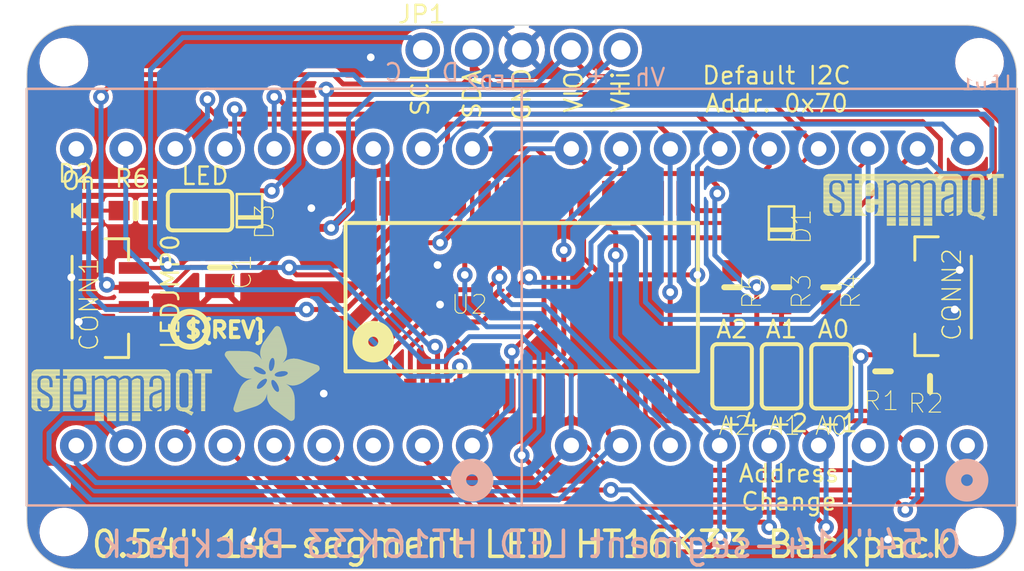
<source format=kicad_pcb>
(kicad_pcb (version 20221018) (generator pcbnew)
  (layers (0 "F.Cu" signal) (1 "In1.Cu" signal) (2 "In2.Cu" signal) (3 "In3.Cu" signal) (4 "In4.Cu" signal) (5 "In5.Cu" signal) (6 "In6.Cu" signal) (7 "In7.Cu" signal) (8 "In8.Cu" signal) (9 "In9.Cu" signal) (10 "In10.Cu" signal) (11 "In11.Cu" signal) (12 "In12.Cu" signal) (13 "In13.Cu" signal) (14 "In14.Cu" signal) (31 "B.Cu" signal) (34 "B.Paste" user) (35 "F.Paste" user) (36 "B.SilkS" user "B.Silkscreen") (37 "F.SilkS" user "F.Silkscreen") (38 "B.Mask" user) (39 "F.Mask" user) (44 "Edge.Cuts" user))
  (net 0 "")
  (net 1 "GND")
  (net 2 "N$19")
  (net 3 "N$20")
  (net 4 "A1")
  (net 5 "COM0")
  (net 6 "N$10")
  (net 7 "N$11")
  (net 8 "N$12")
  (net 9 "N$13")
  (net 10 "N$16")
  (net 11 "A0")
  (net 12 "A2")
  (net 13 "SDA")
  (net 14 "SCL")
  (net 15 "N$1")
  (net 16 "N$7")
  (net 17 "N$4")
  (net 18 "N$5")
  (net 19 "N$6")
  (net 20 "N$8")
  (net 21 "N$9")
  (net 22 "N$14")
  (net 23 "N$15")
  (net 24 "COM1")
  (net 25 "COM2")
  (net 26 "COM3")
  (net 27 "VDDIO")
  (net 28 "N$3")
  (net 29 "N$17")
  (net 30 "V+")
  (footprint "working:0603-NO" (layer "F.Cu") (at 159.2961 104.4956 -90)
    (fp_text reference "R5")
    (fp_text value "47K")
  )
  (footprint "working:FIDUCIAL_1MM" (layer "F.Cu") (at 124.3711 114.6556)
    (fp_text reference "U$2" hide)
    (fp_text value "FIDUCIAL" hide)
  )
  (footprint "working:SOD-323F" (layer "F.Cu") (at 161.8361 101.1936 -90)
    (fp_text reference "D1")
    (fp_text value "CUS530")
  )
  (footprint "working:0805-NO" (layer "F.Cu") (at 133.0071 103.4796 -90)
    (fp_text reference "C1")
    (fp_text value "10uF")
  )
  (footprint "" (layer "F.Cu") (at 125.0061 117.0686)
    (fp_text reference "@HOLE0" hide)
    (fp_text value "")
  )
  (footprint "" (layer "F.Cu") (at 125.0061 92.9386)
    (fp_text reference "@HOLE2" hide)
    (fp_text value "")
  )
  (footprint "" (layer "F.Cu") (at 171.9961 117.0686)
    (fp_text reference "@HOLE1" hide)
    (fp_text value "")
  )
  (footprint "working:SOD-323F" (layer "F.Cu") (at 134.5311 100.5586 -90)
    (fp_text reference "D3")
    (fp_text value "CUS530")
  )
  (footprint "working:PCBFEAT-REV-040" (layer "F.Cu") (at 131.4831 106.6546)
    (fp_text reference "U$8" hide)
    (fp_text value "" hide)
  )
  (footprint "working:0603-NO" (layer "F.Cu") (at 169.4561 109.4486 180)
    (fp_text reference "R2")
    (fp_text value "10K")
  )
  (footprint "working:0603-NO" (layer "F.Cu") (at 161.8361 104.4956 -90)
    (fp_text reference "R3")
    (fp_text value "47K")
  )
  (footprint "working:0603-NO" (layer "F.Cu") (at 128.6891 100.5586 180)
    (fp_text reference "R6")
    (fp_text value "47K")
  )
  (footprint "working:0603-NO" (layer "F.Cu") (at 164.3761 104.4956 -90)
    (fp_text reference "R4")
    (fp_text value "47K")
  )
  (footprint "working:SOP28_300MIL_SKINNY" (layer "F.Cu") (at 148.5011 105.0036)
    (fp_text reference "U2")
    (fp_text value "HT16K33")
  )
  (footprint "working:ADAFRUIT_5MM" (layer "F.Cu") (at 133.2611 111.3536)
    (fp_text reference "U$3" hide)
    (fp_text value "" hide)
  )
  (footprint "working:SOLDERJUMPER_REFLOW_NOPASTE" (layer "F.Cu") (at 161.8361 109.0676 -90)
    (fp_text reference "A1")
    (fp_text value "" hide)
  )
  (footprint "working:STEMMAQT" (layer "F.Cu") (at 123.3551 111.3536)
    (fp_text reference "U$6" hide)
    (fp_text value "" hide)
  )
  (footprint "working:SOLDERJUMPER_CLOSEDWIRE" (layer "F.Cu") (at 131.9911 100.5586 180)
    (fp_text reference "LEDJMP0")
    (fp_text value "")
  )
  (footprint "working:CHIPLED_0603_NOOUTLINE" (layer "F.Cu") (at 125.6411 100.5586 90)
    (fp_text reference "D2")
    (fp_text value "GREEN")
  )
  (footprint "" (layer "F.Cu") (at 171.9961 92.9386)
    (fp_text reference "@HOLE3" hide)
    (fp_text value "")
  )
  (footprint "working:JST_SH4_RA" (layer "F.Cu") (at 126.9111 105.0036 -90)
    (fp_text reference "CONN1")
    (fp_text value "STEMMA_I2C_QTRA" hide)
  )
  (footprint "working:STEMMAQT" (layer "F.Cu") (at 163.9951 101.3206)
    (fp_text reference "U$7" hide)
    (fp_text value "" hide)
  )
  (footprint "working:0603-NO" (layer "F.Cu") (at 167.0431 108.8136 90)
    (fp_text reference "R1")
    (fp_text value "10K")
  )
  (footprint "working:SOLDERJUMPER_REFLOW_NOPASTE" (layer "F.Cu") (at 164.3761 109.0676 -90)
    (fp_text reference "A0")
    (fp_text value "" hide)
  )
  (footprint "working:JST_SH4_RA" (layer "F.Cu") (at 170.0911 105.0036 90)
    (fp_text reference "CONN2")
    (fp_text value "STEMMA_I2C_QTRA" hide)
  )
  (footprint "working:SOLDERJUMPER_REFLOW_NOPASTE" (layer "F.Cu") (at 159.2961 109.0676 -90)
    (fp_text reference "A2")
    (fp_text value "" hide)
  )
  (footprint "working:1X05_ROUND_70" (layer "F.Cu") (at 148.5011 92.3036)
    (fp_text reference "JP1")
    (fp_text value "")
  )
  (footprint "working:FIDUCIAL_1MM" (layer "F.Cu") (at 167.5511 94.2086)
    (fp_text reference "U$1" hide)
    (fp_text value "FIDUCIAL" hide)
  )
  (footprint "working:SEGMENT_STARTBUST_DUAL_KWA-541CBB" (layer "B.Cu") (at 135.8011 105.0036 180)
    (fp_text reference "LED2")
    (fp_text value "")
  )
  (footprint "working:SEGMENT_STARTBUST_DUAL_KWA-541CBB" (layer "B.Cu") (at 161.2011 105.0036 180)
    (fp_text reference "LED1")
    (fp_text value "")
  )
  (gr_line (start 123.1011 93.5736) (end 123.1011 116.4336) (stroke (width 0.05)) (layer "Edge.Cuts"))
  (gr_arc (start 125.6411 118.9736) (mid 123.845049 118.229651) (end 123.1011 116.4336) (stroke (width 0.05)) (layer "Edge.Cuts"))
  (gr_line (start 171.3611 91.0336) (end 125.6411 91.0336) (stroke (width 0.05)) (layer "Edge.Cuts"))
  (gr_line (start 173.9011 116.4336) (end 173.9011 93.5736) (stroke (width 0.05)) (layer "Edge.Cuts"))
  (gr_line (start 125.6411 118.9736) (end 171.3611 118.9736) (stroke (width 0.05)) (layer "Edge.Cuts"))
  (gr_arc (start 123.1011 93.5736) (mid 123.845049 91.777549) (end 125.6411 91.0336) (stroke (width 0.05)) (layer "Edge.Cuts"))
  (gr_arc (start 173.9011 116.4336) (mid 173.157151 118.229651) (end 171.3611 118.9736) (stroke (width 0.05)) (layer "Edge.Cuts"))
  (gr_arc (start 171.3611 91.0336) (mid 173.157151 91.777549) (end 173.9011 93.5736) (stroke (width 0.05)) (layer "Edge.Cuts"))
  (gr_text "-" (at 148.1201 93.3196) (layer "B.SilkS") (effects (font (size 0.89408 0.89408) (thickness 0.12192)) (justify right top mirror)))
  (gr_text "C" (at 141.3891 92.9386) (layer "B.SilkS") (effects (font (size 0.89408 0.89408) (thickness 0.12192)) (justify right top mirror)))
  (gr_text "0.54\" 14-segment LED HT16K33 Backpack " (at 148.5011 117.7036) (layer "B.SilkS") (effects (font (size 1.34112 1.34112) (thickness 0.18288)) (justify mirror)))
  (gr_text "D" (at 144.3101 92.9386) (layer "B.SilkS") (effects (font (size 0.89408 0.89408) (thickness 0.12192)) (justify right top mirror)))
  (gr_text "Vh" (at 154.2161 93.1926) (layer "B.SilkS") (effects (font (size 0.89408 0.89408) (thickness 0.12192)) (justify right top mirror)))
  (gr_text "+" (at 151.6761 93.0656) (layer "B.SilkS") (effects (font (size 0.89408 0.89408) (thickness 0.12192)) (justify right top mirror)))
  (gr_text "Default I2C\nAddr. 0x70" (at 161.5821 94.3356) (layer "F.SilkS") (effects (font (size 0.89408 0.89408) (thickness 0.12192))))
  (gr_text "A0" (at 164.5031 106.6546) (layer "F.SilkS") (effects (font (size 0.89408 0.89408) (thickness 0.12192))))
  (gr_text "SCL" (at 143.2941 94.4626 90) (layer "F.SilkS") (effects (font (size 0.89408 0.89408) (thickness 0.12192))))
  (gr_text "On" (at 125.7681 99.0346) (layer "F.SilkS") (effects (font (size 0.89408 0.89408) (thickness 0.12192))))
  (gr_text "+1" (at 164.7571 111.4806) (layer "F.SilkS") (effects (font (size 0.89408 0.89408) (thickness 0.12192))))
  (gr_text "Address\nChange" (at 162.2171 114.7826) (layer "F.SilkS") (effects (font (size 0.89408 0.89408) (thickness 0.12192))))
  (gr_text "SDA" (at 145.9611 94.5896 90) (layer "F.SilkS") (effects (font (size 0.89408 0.89408) (thickness 0.12192))))
  (gr_text "VIO" (at 151.1681 94.4626 90) (layer "F.SilkS") (effects (font (size 0.89408 0.89408) (thickness 0.12192))))
  (gr_text "0.54\" 14-segment LED HT16K33 Backpack" (at 148.5011 117.7036) (layer "F.SilkS") (effects (font (size 1.34112 1.34112) (thickness 0.18288))))
  (gr_text "A2" (at 159.2961 106.6546) (layer "F.SilkS") (effects (font (size 0.89408 0.89408) (thickness 0.12192))))
  (gr_text "GND" (at 148.5011 94.5896 90) (layer "F.SilkS") (effects (font (size 0.89408 0.89408) (thickness 0.12192))))
  (gr_text "LED" (at 132.2451 98.7806) (layer "F.SilkS") (effects (font (size 0.89408 0.89408) (thickness 0.12192))))
  (gr_text "+2" (at 162.2171 111.4806) (layer "F.SilkS") (effects (font (size 0.89408 0.89408) (thickness 0.12192))))
  (gr_text "VHi" (at 153.5811 94.4626 90) (layer "F.SilkS") (effects (font (size 0.89408 0.89408) (thickness 0.12192))))
  (gr_text "A1" (at 161.8361 106.6546) (layer "F.SilkS") (effects (font (size 0.89408 0.89408) (thickness 0.12192))))
  (gr_text "+4" (at 159.6771 111.4806) (layer "F.SilkS") (effects (font (size 0.89408 0.89408) (thickness 0.12192))))
  (segment (start 140.2461 110.0836) (end 140.2461 109.9566) (width 0.254) (layer "F.Cu") (net 1))
  (segment (start 140.2461 109.9566) (end 138.3411 109.9566) (width 0.254) (layer "F.Cu") (net 1))
  (via (at 144.1831 103.3526) (size 0.8064) (drill 0.4) (layers "F.Cu" "B.Cu") (net 1))
  (via (at 170.7261 105.6386) (size 0.8064) (drill 0.4) (layers "F.Cu" "B.Cu") (net 1))
  (via (at 125.7681 106.2736) (size 0.8064) (drill 0.4) (layers "F.Cu" "B.Cu") (net 1))
  (via (at 140.7541 92.6846) (size 0.8001) (drill 0.3937) (layers "F.Cu" "B.Cu") (net 1))
  (via (at 167.2971 117.4496) (size 0.8064) (drill 0.4) (layers "F.Cu" "B.Cu") (net 1))
  (via (at 137.7061 100.4316) (size 0.8001) (drill 0.3937) (layers "F.Cu" "B.Cu") (net 1))
  (via (at 144.3101 105.3846) (size 0.8064) (drill 0.4) (layers "F.Cu" "B.Cu") (net 1))
  (via (at 125.3871 103.9876) (size 0.8064) (drill 0.4) (layers "F.Cu" "B.Cu") (net 1))
  (via (at 138.3411 109.9566) (size 0.8001) (drill 0.3937) (layers "F.Cu" "B.Cu") (net 1))
  (via (at 134.5311 117.4496) (size 0.8064) (drill 0.4) (layers "F.Cu" "B.Cu") (net 1))
  (via (at 170.9801 103.6066) (size 0.8064) (drill 0.4) (layers "F.Cu" "B.Cu") (net 1))
  (segment (start 161.8361 108.3056) (end 161.8361 105.3456) (width 0.254) (layer "F.Cu") (net 2))
  (segment (start 164.3761 108.3056) (end 164.3761 105.3456) (width 0.254) (layer "F.Cu") (net 3))
  (segment (start 151.0411 97.3836) (end 152.3111 98.6536) (width 0.254) (layer "F.Cu") (net 4))
  (segment (start 158.539587 99.294088) (end 157.8991 98.6536) (width 0.254) (layer "F.Cu") (net 4))
  (segment (start 152.3111 98.6536) (end 157.8991 98.6536) (width 0.254) (layer "F.Cu") (net 4))
  (segment (start 145.3261 101.3206) (end 145.3261 99.9236) (width 0.254) (layer "F.Cu") (net 4))
  (segment (start 160.9471 109.8296) (end 161.8361 109.8296) (width 0.254) (layer "F.Cu") (net 4))
  (segment (start 158.539587 99.294088) (end 158.539587 99.675088) (width 0.254) (layer "F.Cu") (net 4))
  (segment (start 145.3261 101.3206) (end 144.4371 102.2096) (width 0.254) (layer "F.Cu") (net 4))
  (segment (start 144.3101 102.2096) (end 144.4371 102.2096) (width 0.254) (layer "F.Cu") (net 4))
  (segment (start 160.5661 109.4486) (end 160.9471 109.8296) (width 0.254) (layer "F.Cu") (net 4))
  (segment (start 144.3101 102.2096) (end 142.9131 102.2096) (width 0.254) (layer "F.Cu") (net 4))
  (segment (start 142.9131 102.2096) (end 139.4841 105.6386) (width 0.254) (layer "F.Cu") (net 4))
  (segment (start 139.4841 105.6386) (end 137.4521 105.6386) (width 0.254) (layer "F.Cu") (net 4))
  (segment (start 160.5661 104.4956) (end 160.5661 109.4486) (width 0.254) (layer "F.Cu") (net 4))
  (via (at 158.539587 99.675088) (size 0.8064) (drill 0.4) (layers "F.Cu" "B.Cu") (net 4))
  (via (at 144.3101 102.2096) (size 0.8001) (drill 0.3937) (layers "F.Cu" "B.Cu") (net 4))
  (via (at 160.5661 104.4956) (size 0.8064) (drill 0.4) (layers "F.Cu" "B.Cu") (net 4))
  (via (at 137.4521 105.6386) (size 0.8001) (drill 0.3937) (layers "F.Cu" "B.Cu") (net 4))
  (segment (start 126.2761 98.0186) (end 125.6411 97.3836) (width 0.254) (layer "B.Cu") (net 4))
  (segment (start 151.0411 97.3836) (end 148.8821 97.3836) (width 0.254) (layer "B.Cu") (net 4))
  (segment (start 126.2761 98.0186) (end 126.2761 104.7496) (width 0.254) (layer "B.Cu") (net 4))
  (segment (start 127.1651 105.6386) (end 126.2761 104.7496) (width 0.254) (layer "B.Cu") (net 4))
  (segment (start 158.539587 99.675088) (end 158.412587 99.802088) (width 0.254) (layer "B.Cu") (net 4))
  (segment (start 148.8821 97.3836) (end 144.3101 101.9556) (width 0.254) (layer "B.Cu") (net 4))
  (segment (start 137.4521 105.6386) (end 127.1651 105.6386) (width 0.254) (layer "B.Cu") (net 4))
  (segment (start 158.412587 99.802088) (end 158.412587 102.850088) (width 0.254) (layer "B.Cu") (net 4))
  (segment (start 160.0581 104.4956) (end 158.412587 102.850088) (width 0.254) (layer "B.Cu") (net 4))
  (segment (start 160.5661 104.4956) (end 160.0581 104.4956) (width 0.254) (layer "B.Cu") (net 4))
  (segment (start 144.3101 101.9556) (end 144.3101 102.2096) (width 0.254) (layer "B.Cu") (net 4))
  (segment (start 163.9791 100.1936) (end 161.8361 100.1936) (width 0.2032) (layer "F.Cu") (net 5))
  (segment (start 148.7551 103.9876) (end 148.8821 103.9876) (width 0.254) (layer "F.Cu") (net 5))
  (segment (start 166.2811 97.8916) (end 163.9791 100.1936) (width 0.2032) (layer "F.Cu") (net 5))
  (segment (start 143.2941 106.2736) (end 146.4691 106.2736) (width 0.254) (layer "F.Cu") (net 5))
  (segment (start 166.2811 97.3836) (end 166.2811 97.8916) (width 0.2032) (layer "F.Cu") (net 5))
  (segment (start 141.5161 110.0836) (end 141.5161 108.0516) (width 0.254) (layer "F.Cu") (net 5))
  (segment (start 141.5161 108.0516) (end 143.2941 106.2736) (width 0.254) (layer "F.Cu") (net 5))
  (segment (start 146.4691 106.2736) (end 148.7551 103.9876) (width 0.254) (layer "F.Cu") (net 5))
  (via (at 148.8821 103.9876) (size 0.8064) (drill 0.4) (layers "F.Cu" "B.Cu") (net 5))
  (segment (start 151.2951 104.2416) (end 152.0571 103.4796) (width 0.254) (layer "B.Cu") (net 5))
  (segment (start 152.0571 102.2096) (end 152.0571 103.4796) (width 0.254) (layer "B.Cu") (net 5))
  (segment (start 152.8191 101.4476) (end 152.0571 102.2096) (width 0.254) (layer "B.Cu") (net 5))
  (segment (start 166.2811 103.2256) (end 163.3601 106.1466) (width 0.254) (layer "B.Cu") (net 5))
  (segment (start 154.3431 101.4476) (end 152.8191 101.4476) (width 0.254) (layer "B.Cu") (net 5))
  (segment (start 166.2811 97.3836) (end 166.2811 103.2256) (width 0.254) (layer "B.Cu") (net 5))
  (segment (start 163.3601 106.1466) (end 155.7401 106.1466) (width 0.254) (layer "B.Cu") (net 5))
  (segment (start 149.1361 104.2416) (end 151.2951 104.2416) (width 0.254) (layer "B.Cu") (net 5))
  (segment (start 155.7401 106.1466) (end 154.8511 105.2576) (width 0.254) (layer "B.Cu") (net 5))
  (segment (start 148.8821 103.9876) (end 149.1361 104.2416) (width 0.254) (layer "B.Cu") (net 5))
  (segment (start 154.8511 101.9556) (end 154.3431 101.4476) (width 0.254) (layer "B.Cu") (net 5))
  (segment (start 154.8511 105.2576) (end 154.8511 101.9556) (width 0.254) (layer "B.Cu") (net 5))
  (segment (start 138.8491 108.3056) (end 134.9121 108.3056) (width 0.254) (layer "F.Cu") (net 6))
  (segment (start 147.3581 102.3366) (end 147.3581 103.9876) (width 0.254) (layer "F.Cu") (net 6))
  (segment (start 147.3581 103.9876) (end 146.7231 104.6226) (width 0.254) (layer "F.Cu") (net 6))
  (segment (start 130.7211 112.4966) (end 130.7211 112.6236) (width 0.254) (layer "F.Cu") (net 6))
  (segment (start 147.8661 99.9236) (end 147.8661 101.8286) (width 0.254) (layer "F.Cu") (net 6))
  (segment (start 142.5321 104.6226) (end 138.8491 108.3056) (width 0.254) (layer "F.Cu") (net 6))
  (segment (start 147.8661 101.8286) (end 147.3581 102.3366) (width 0.254) (layer "F.Cu") (net 6))
  (segment (start 134.9121 108.3056) (end 130.7211 112.4966) (width 0.254) (layer "F.Cu") (net 6))
  (segment (start 142.5321 104.6226) (end 146.7231 104.6226) (width 0.254) (layer "F.Cu") (net 6))
  (via (at 147.3581 103.9876) (size 0.8001) (drill 0.3937) (layers "F.Cu" "B.Cu") (net 6))
  (segment (start 147.9931 105.3846) (end 147.3581 104.7496) (width 0.254) (layer "B.Cu") (net 6))
  (segment (start 147.3581 104.7496) (end 147.3581 103.9876) (width 0.254) (layer "B.Cu") (net 6))
  (segment (start 156.1211 112.6236) (end 156.1211 111.8616) (width 0.254) (layer "B.Cu") (net 6))
  (segment (start 149.6441 105.3846) (end 147.9931 105.3846) (width 0.254) (layer "B.Cu") (net 6))
  (segment (start 156.1211 111.8616) (end 149.6441 105.3846) (width 0.254) (layer "B.Cu") (net 6))
  (segment (start 149.6441 106.1466) (end 147.9931 107.7976) (width 0.254) (layer "F.Cu") (net 7))
  (segment (start 170.2181 114.9096) (end 156.8831 114.9096) (width 0.254) (layer "F.Cu") (net 7))
  (segment (start 145.9611 112.6236) (end 145.9611 113.5126) (width 0.254) (layer "F.Cu") (net 7))
  (segment (start 149.6441 103.2256) (end 149.1361 102.7176) (width 0.254) (layer "F.Cu") (net 7))
  (segment (start 155.9941 115.7986) (end 156.8831 114.9096) (width 0.254) (layer "F.Cu") (net 7))
  (segment (start 149.1361 99.9236) (end 149.1361 102.7176) (width 0.254) (layer "F.Cu") (net 7))
  (segment (start 149.6441 103.2256) (end 149.6441 106.1466) (width 0.254) (layer "F.Cu") (net 7))
  (segment (start 148.2471 115.7986) (end 145.9611 113.5126) (width 0.254) (layer "F.Cu") (net 7))
  (segment (start 171.3611 113.7666) (end 170.2181 114.9096) (width 0.254) (layer "F.Cu") (net 7))
  (segment (start 171.3611 113.7666) (end 171.3611 112.6236) (width 0.254) (layer "F.Cu") (net 7))
  (segment (start 148.2471 115.7986) (end 155.9941 115.7986) (width 0.254) (layer "F.Cu") (net 7))
  (via (at 147.9931 107.7976) (size 0.8001) (drill 0.3937) (layers "F.Cu" "B.Cu") (net 7))
  (segment (start 147.9931 107.7976) (end 147.9931 110.5916) (width 0.254) (layer "B.Cu") (net 7))
  (segment (start 147.9931 110.5916) (end 145.9611 112.6236) (width 0.254) (layer "B.Cu") (net 7))
  (segment (start 145.9611 97.3836) (end 149.2631 97.3836) (width 0.254) (layer "F.Cu") (net 8))
  (segment (start 150.4061 98.5266) (end 150.4061 99.9236) (width 0.254) (layer "F.Cu") (net 8))
  (segment (start 149.2631 97.3836) (end 150.4061 98.5266) (width 0.254) (layer "F.Cu") (net 8))
  (segment (start 171.3611 97.3836) (end 170.0911 96.1136) (width 0.254) (layer "B.Cu") (net 8))
  (segment (start 170.0911 96.1136) (end 146.9771 96.1136) (width 0.254) (layer "B.Cu") (net 8))
  (segment (start 145.9611 97.1296) (end 145.9611 97.3836) (width 0.254) (layer "B.Cu") (net 8))
  (segment (start 146.9771 96.1136) (end 145.9611 97.1296) (width 0.254) (layer "B.Cu") (net 8))
  (segment (start 133.7691 95.3516) (end 134.0231 95.6056) (width 0.254) (layer "F.Cu") (net 9))
  (segment (start 134.0231 95.6056) (end 157.5181 95.6056) (width 0.254) (layer "F.Cu") (net 9))
  (segment (start 157.5181 103.8606) (end 152.5651 103.8606) (width 0.254) (layer "F.Cu") (net 9))
  (segment (start 152.5651 103.8606) (end 151.6761 102.9716) (width 0.254) (layer "F.Cu") (net 9))
  (segment (start 158.6611 96.7486) (end 158.6611 97.3836) (width 0.254) (layer "F.Cu") (net 9))
  (segment (start 157.5181 95.6056) (end 158.6611 96.7486) (width 0.254) (layer "F.Cu") (net 9))
  (segment (start 151.6761 102.9716) (end 151.6761 99.9236) (width 0.254) (layer "F.Cu") (net 9))
  (via (at 157.5181 103.8606) (size 0.8001) (drill 0.3937) (layers "F.Cu" "B.Cu") (net 9))
  (via (at 133.7691 95.3516) (size 0.8001) (drill 0.3937) (layers "F.Cu" "B.Cu") (net 9))
  (segment (start 133.2611 97.3836) (end 133.7691 96.8756) (width 0.254) (layer "B.Cu") (net 9))
  (segment (start 158.6611 97.3836) (end 158.4071 97.3836) (width 0.254) (layer "B.Cu") (net 9))
  (segment (start 158.4071 97.3836) (end 157.5181 98.2726) (width 0.254) (layer "B.Cu") (net 9))
  (segment (start 157.5181 98.2726) (end 157.5181 103.8606) (width 0.254) (layer "B.Cu") (net 9))
  (segment (start 133.7691 95.3516) (end 133.7691 96.8756) (width 0.254) (layer "B.Cu") (net 9))
  (segment (start 153.3271 101.7016) (end 153.3271 102.8446) (width 0.254) (layer "F.Cu") (net 10))
  (segment (start 157.8991 118.0846) (end 138.7221 118.0846) (width 0.254) (layer "F.Cu") (net 10))
  (segment (start 133.2611 112.6236) (end 138.7221 118.0846) (width 0.254) (layer "F.Cu") (net 10))
  (segment (start 158.6611 117.3226) (end 157.8991 118.0846) (width 0.254) (layer "F.Cu") (net 10))
  (segment (start 152.9461 101.3206) (end 152.9461 99.9236) (width 0.254) (layer "F.Cu") (net 10))
  (segment (start 153.3271 101.7016) (end 152.9461 101.3206) (width 0.254) (layer "F.Cu") (net 10))
  (via (at 158.6611 117.3226) (size 0.8001) (drill 0.3937) (layers "F.Cu" "B.Cu") (net 10))
  (via (at 153.3271 102.8446) (size 0.8001) (drill 0.3937) (layers "F.Cu" "B.Cu") (net 10))
  (segment (start 158.6611 117.3226) (end 158.6611 112.6236) (width 0.254) (layer "B.Cu") (net 10))
  (segment (start 158.6611 112.6236) (end 158.6611 112.3696) (width 0.254) (layer "B.Cu") (net 10))
  (segment (start 158.6611 112.3696) (end 153.3271 107.0356) (width 0.254) (layer "B.Cu") (net 10))
  (segment (start 153.3271 102.8446) (end 153.3271 107.0356) (width 0.254) (layer "B.Cu") (net 10))
  (segment (start 145.5801 103.8606) (end 145.5801 102.3366) (width 0.254) (layer "F.Cu") (net 11))
  (segment (start 170.0911 113.5126) (end 170.0911 112.1156) (width 0.2032) (layer "F.Cu") (net 11))
  (segment (start 170.0911 112.1156) (end 169.2021 111.2266) (width 0.2032) (layer "F.Cu") (net 11))
  (segment (start 161.9631 113.8936) (end 169.7101 113.8936) (width 0.2032) (layer "F.Cu") (net 11))
  (segment (start 146.5961 99.9236) (end 146.5961 101.3206) (width 0.254) (layer "F.Cu") (net 11))
  (segment (start 153.5811 114.4016) (end 151.8031 112.6236) (width 0.2032) (layer "F.Cu") (net 11))
  (segment (start 167.614437 110.8456) (end 167.995437 111.2266) (width 0.2032) (layer "F.Cu") (net 11))
  (segment (start 153.5811 114.4016) (end 161.4551 114.4016) (width 0.2032) (layer "F.Cu") (net 11))
  (segment (start 151.0411 112.6236) (end 151.8031 112.6236) (width 0.2032) (layer "F.Cu") (net 11))
  (segment (start 167.995437 111.2266) (end 169.2021 111.2266) (width 0.2032) (layer "F.Cu") (net 11))
  (segment (start 146.5961 101.3206) (end 145.5801 102.3366) (width 0.254) (layer "F.Cu") (net 11))
  (segment (start 161.4551 114.4016) (end 161.9631 113.8936) (width 0.2032) (layer "F.Cu") (net 11))
  (segment (start 169.7101 113.8936) (end 170.0911 113.5126) (width 0.2032) (layer "F.Cu") (net 11))
  (segment (start 164.3761 109.8296) (end 165.3921 110.8456) (width 0.2032) (layer "F.Cu") (net 11))
  (segment (start 165.3921 110.8456) (end 167.614437 110.8456) (width 0.2032) (layer "F.Cu") (net 11))
  (via (at 145.5801 103.8606) (size 0.8001) (drill 0.3937) (layers "F.Cu" "B.Cu") (net 11))
  (segment (start 126.6571 114.5286) (end 125.6411 113.5126) (width 0.254) (layer "B.Cu") (net 11))
  (segment (start 149.1361 114.5286) (end 126.6571 114.5286) (width 0.254) (layer "B.Cu") (net 11))
  (segment (start 151.0411 108.5596) (end 149.0091 106.5276) (width 0.254) (layer "B.Cu") (net 11))
  (segment (start 125.6411 113.5126) (end 125.6411 112.6236) (width 0.254) (layer "B.Cu") (net 11))
  (segment (start 151.0411 112.6236) (end 151.0411 108.5596) (width 0.254) (layer "B.Cu") (net 11))
  (segment (start 149.0091 106.5276) (end 146.7231 106.5276) (width 0.254) (layer "B.Cu") (net 11))
  (segment (start 146.7231 106.5276) (end 145.5801 105.3846) (width 0.254) (layer "B.Cu") (net 11))
  (segment (start 145.5801 105.3846) (end 145.5801 103.8606) (width 0.254) (layer "B.Cu") (net 11))
  (segment (start 151.0411 112.6236) (end 149.1361 114.5286) (width 0.254) (layer "B.Cu") (net 11))
  (segment (start 158.968825 109.8296) (end 156.1211 106.981875) (width 0.254) (layer "F.Cu") (net 12))
  (segment (start 159.2961 109.8296) (end 158.968825 109.8296) (width 0.254) (layer "F.Cu") (net 12))
  (segment (start 144.6911 98.0186) (end 144.6911 96.1136) (width 0.254) (layer "F.Cu") (net 12))
  (segment (start 144.6911 96.1136) (end 155.4861 96.1136) (width 0.254) (layer "F.Cu") (net 12))
  (segment (start 144.0561 98.6536) (end 144.6911 98.0186) (width 0.254) (layer "F.Cu") (net 12))
  (segment (start 156.1211 96.7486) (end 156.1211 97.3836) (width 0.254) (layer "F.Cu") (net 12))
  (segment (start 133.2611 96.1136) (end 132.3721 95.2246) (width 0.254) (layer "F.Cu") (net 12))
  (segment (start 133.2611 96.1136) (end 144.6911 96.1136) (width 0.254) (layer "F.Cu") (net 12))
  (segment (start 132.3721 94.8436) (end 132.3721 95.2246) (width 0.254) (layer "F.Cu") (net 12))
  (segment (start 156.1211 106.981875) (end 156.1211 104.7496) (width 0.254) (layer "F.Cu") (net 12))
  (segment (start 155.4861 96.1136) (end 156.1211 96.7486) (width 0.254) (layer "F.Cu") (net 12))
  (segment (start 144.0561 99.9236) (end 144.0561 98.6536) (width 0.254) (layer "F.Cu") (net 12))
  (via (at 132.3721 94.8436) (size 0.8001) (drill 0.3937) (layers "F.Cu" "B.Cu") (net 12))
  (via (at 156.1211 104.7496) (size 0.8064) (drill 0.4) (layers "F.Cu" "B.Cu") (net 12))
  (segment (start 132.3721 94.8436) (end 132.3721 95.7326) (width 0.254) (layer "B.Cu") (net 12))
  (segment (start 156.1211 104.7496) (end 156.1211 97.3836) (width 0.254) (layer "B.Cu") (net 12))
  (segment (start 130.7211 97.3836) (end 132.3721 95.7326) (width 0.254) (layer "B.Cu") (net 12))
  (segment (start 162.990681 95.9866) (end 169.076468 95.9866) (width 0.254) (layer "F.Cu") (net 13))
  (segment (start 145.9611 93.5736) (end 145.4785 94.0562) (width 0.254) (layer "F.Cu") (net 13))
  (segment (start 134.9373 103.4544) (end 135.74395 102.64775) (width 0.2032) (layer "F.Cu") (net 13))
  (segment (start 145.9611 92.3036) (end 145.9611 93.5736) (width 0.254) (layer "F.Cu") (net 13))
  (segment (start 138.8491 93.5736) (end 127.9271 93.5736) (width 0.254) (layer "F.Cu") (net 13))
  (segment (start 169.9895 98.5012) (end 166.7891 101.7016) (width 0.254) (layer "F.Cu") (net 13))
  (segment (start 167.1621 105.5036) (end 168.4051 105.5036) (width 0.254) (layer "F.Cu") (net 13))
  (segment (start 135.74395 102.64775) (end 139.93495 102.64775) (width 0.254) (layer "F.Cu") (net 13))
  (segment (start 168.6061 109.4486) (end 168.6061 108.1396) (width 0.254) (layer "F.Cu") (net 13))
  (segment (start 139.3317 94.0562) (end 138.8491 93.5736) (width 0.254) (layer "F.Cu") (net 13))
  (segment (start 130.4591 104.5036) (end 131.5083 103.4544) (width 0.2032) (layer "F.Cu") (net 13))
  (segment (start 145.4785 94.0562) (end 139.3317 94.0562) (width 0.254) (layer "F.Cu") (net 13))
  (segment (start 128.5971 104.5036) (end 127.3477 104.5036) (width 0.254) (layer "F.Cu") (net 13))
  (segment (start 161.136481 94.1324) (end 162.990681 95.9866) (width 0.254) (layer "F.Cu") (net 13))
  (segment (start 126.9111 94.5896) (end 127.9271 93.5736) (width 0.254) (layer "F.Cu") (net 13))
  (segment (start 166.7891 105.1306) (end 167.1621 105.5036) (width 0.254) (layer "F.Cu") (net 13))
  (segment (start 126.9111 94.7166) (end 126.9111 94.5896) (width 0.254) (layer "F.Cu") (net 13))
  (segment (start 131.5083 103.4544) (end 134.9373 103.4544) (width 0.2032) (layer "F.Cu") (net 13))
  (segment (start 169.9895 96.899632) (end 169.9895 98.5012) (width 0.254) (layer "F.Cu") (net 13))
  (segment (start 141.5161 101.0666) (end 141.5161 99.9236) (width 0.254) (layer "F.Cu") (net 13))
  (segment (start 127.3477 104.5036) (end 127.2127 104.3686) (width 0.254) (layer "F.Cu") (net 13))
  (segment (start 161.136481 94.1324) (end 147.0279 94.1324) (width 0.254) (layer "F.Cu") (net 13))
  (segment (start 147.0279 94.1324) (end 145.8341 92.9386) (width 0.254) (layer "F.Cu") (net 13))
  (segment (start 145.8341 92.9386) (end 145.8341 92.4306) (width 0.254) (layer "F.Cu") (net 13))
  (segment (start 128.5971 104.5036) (end 130.4591 104.5036) (width 0.2032) (layer "F.Cu") (net 13))
  (segment (start 169.7101 106.1466) (end 169.0671 105.5036) (width 0.254) (layer "F.Cu") (net 13))
  (segment (start 166.7891 101.7016) (end 166.7891 105.1306) (width 0.254) (layer "F.Cu") (net 13))
  (segment (start 145.9611 92.3036) (end 145.8341 92.4306) (width 0.254) (layer "F.Cu") (net 13))
  (segment (start 139.93495 102.64775) (end 141.5161 101.0666) (width 0.254) (layer "F.Cu") (net 13))
  (segment (start 168.6061 108.1396) (end 169.7101 107.0356) (width 0.254) (layer "F.Cu") (net 13))
  (segment (start 169.076468 95.9866) (end 169.9895 96.899632) (width 0.254) (layer "F.Cu") (net 13))
  (segment (start 169.0671 105.5036) (end 168.4051 105.5036) (width 0.254) (layer "F.Cu") (net 13))
  (segment (start 169.7101 107.0356) (end 169.7101 106.1466) (width 0.254) (layer "F.Cu") (net 13))
  (via (at 126.9111 94.7166) (size 0.8064) (drill 0.4) (layers "F.Cu" "B.Cu") (net 13))
  (via (at 127.2127 104.3686) (size 0.8064) (drill 0.4) (layers "F.Cu" "B.Cu") (net 13))
  (segment (start 127.2127 104.3686) (end 126.9111 104.067) (width 0.254) (layer "B.Cu") (net 13))
  (segment (start 126.9111 104.067) (end 126.9111 94.7166) (width 0.254) (layer "B.Cu") (net 13))
  (segment (start 136.5631 103.4796) (end 136.9441 103.8606) (width 0.254) (layer "F.Cu") (net 14))
  (segment (start 148.5011 113.1316) (end 150.2791 114.9096) (width 0.254) (layer "F.Cu") (net 14))
  (segment (start 168.4051 106.6016) (end 168.4051 106.5036) (width 0.254) (layer "F.Cu") (net 14))
  (segment (start 136.9441 103.8606) (end 140.3731 103.8606) (width 0.254) (layer "F.Cu") (net 14))
  (segment (start 142.7861 101.4476) (end 142.7861 99.9236) (width 0.254) (layer "F.Cu") (net 14))
  (segment (start 165.9881 107.9636) (end 165.9001 108.0516) (width 0.254) (layer "F.Cu") (net 14))
  (segment (start 150.2791 114.9096) (end 153.0731 114.9096) (width 0.254) (layer "F.Cu") (net 14))
  (segment (start 167.0431 107.9636) (end 168.4051 106.6016) (width 0.254) (layer "F.Cu") (net 14))
  (segment (start 130.1891 103.5036) (end 130.3401 103.3526) (width 0.2032) (layer "F.Cu") (net 14))
  (segment (start 128.5971 103.5036) (end 130.1891 103.5036) (width 0.2032) (layer "F.Cu") (net 14))
  (segment (start 167.0431 107.9636) (end 165.9881 107.9636) (width 0.254) (layer "F.Cu") (net 14))
  (segment (start 140.3731 103.8606) (end 142.7861 101.4476) (width 0.254) (layer "F.Cu") (net 14))
  (segment (start 153.0731 114.9096) (end 153.080465 114.902234) (width 0.254) (layer "F.Cu") (net 14))
  (via (at 165.9001 108.0516) (size 0.8064) (drill 0.4) (layers "F.Cu" "B.Cu") (net 14))
  (via (at 130.3401 103.3526) (size 0.8064) (drill 0.4) (layers "F.Cu" "B.Cu") (net 14))
  (via (at 153.080465 114.902234) (size 0.8064) (drill 0.4) (layers "F.Cu" "B.Cu") (net 14))
  (via (at 148.5011 113.1316) (size 0.8064) (drill 0.4) (layers "F.Cu" "B.Cu") (net 14))
  (via (at 136.5631 103.4796) (size 0.8001) (drill 0.3937) (layers "F.Cu" "B.Cu") (net 14))
  (segment (start 165.9001 111.352231) (end 165.1127 112.139631) (width 0.254) (layer "B.Cu") (net 14))
  (segment (start 145.817369 107.0356) (end 148.5011 107.0356) (width 0.254) (layer "B.Cu") (net 14))
  (segment (start 132.1181 103.4796) (end 130.4671 103.4796) (width 0.254) (layer "B.Cu") (net 14))
  (segment (start 148.5011 107.0356) (end 149.3901 107.9246) (width 0.254) (layer "B.Cu") (net 14))
  (segment (start 143.4211 92.3036) (end 142.7861 91.6686) (width 0.254) (layer "B.Cu") (net 14))
  (segment (start 149.3901 107.9246) (end 149.3901 111.8616) (width 0.254) (layer "B.Cu") (net 14))
  (segment (start 143.432682 108.3056) (end 144.547369 108.3056) (width 0.254) (layer "B.Cu") (net 14))
  (segment (start 132.1181 103.4796) (end 136.5631 103.4796) (width 0.254) (layer "B.Cu") (net 14))
  (segment (start 142.7861 91.6686) (end 131.1021 91.6686) (width 0.254) (layer "B.Cu") (net 14))
  (segment (start 153.080465 114.902234) (end 154.081734 114.902234) (width 0.254) (layer "B.Cu") (net 14))
  (segment (start 164.1221 118.0846) (end 157.2641 118.0846) (width 0.254) (layer "B.Cu") (net 14))
  (segment (start 149.3901 111.8616) (end 148.5011 112.7506) (width 0.254) (layer "B.Cu") (net 14))
  (segment (start 165.1127 112.139631) (end 165.1127 117.094) (width 0.254) (layer "B.Cu") (net 14))
  (segment (start 130.4671 103.4796) (end 130.4036 103.4161) (width 0.254) (layer "B.Cu") (net 14))
  (segment (start 136.5631 103.4796) (end 138.606682 103.4796) (width 0.254) (layer "B.Cu") (net 14))
  (segment (start 165.9001 108.0516) (end 165.9001 111.352231) (width 0.254) (layer "B.Cu") (net 14))
  (segment (start 138.606682 103.4796) (end 143.432682 108.3056) (width 0.254) (layer "B.Cu") (net 14))
  (segment (start 131.1021 91.6686) (end 129.4511 93.3196) (width 0.254) (layer "B.Cu") (net 14))
  (segment (start 165.1127 117.094) (end 164.1221 118.0846) (width 0.254) (layer "B.Cu") (net 14))
  (segment (start 157.2641 118.0846) (end 154.081734 114.902234) (width 0.254) (layer "B.Cu") (net 14))
  (segment (start 148.5011 112.7506) (end 148.5011 113.1316) (width 0.254) (layer "B.Cu") (net 14))
  (segment (start 130.4036 103.4161) (end 130.3401 103.3526) (width 0.254) (layer "B.Cu") (net 14))
  (segment (start 129.4511 100.8126) (end 129.4511 102.4636) (width 0.254) (layer "B.Cu") (net 14))
  (segment (start 129.4511 93.3196) (end 129.4511 100.8126) (width 0.254) (layer "B.Cu") (net 14))
  (segment (start 144.547369 108.3056) (end 145.817369 107.0356) (width 0.254) (layer "B.Cu") (net 14))
  (segment (start 129.4511 102.4636) (end 130.3401 103.3526) (width 0.254) (layer "B.Cu") (net 14))
  (segment (start 159.2961 103.6456) (end 161.8361 103.6456) (width 0.254) (layer "F.Cu") (net 15))
  (segment (start 161.8361 102.1936) (end 161.8361 103.6456) (width 0.2032) (layer "F.Cu") (net 15))
  (segment (start 161.8361 103.6456) (end 164.3761 103.6456) (width 0.254) (layer "F.Cu") (net 15))
  (segment (start 159.2961 108.3056) (end 159.2961 105.3456) (width 0.254) (layer "F.Cu") (net 16))
  (segment (start 154.8511 101.9556) (end 160.1851 101.9556) (width 0.254) (layer "F.Cu") (net 17))
  (segment (start 165.1381 101.0666) (end 168.8211 97.3836) (width 0.254) (layer "F.Cu") (net 17))
  (segment (start 154.2161 101.3206) (end 154.8511 101.9556) (width 0.254) (layer "F.Cu") (net 17))
  (segment (start 161.0741 101.0666) (end 165.1381 101.0666) (width 0.254) (layer "F.Cu") (net 17))
  (segment (start 154.2161 99.9236) (end 154.2161 101.3206) (width 0.254) (layer "F.Cu") (net 17))
  (segment (start 160.1851 101.9556) (end 161.0741 101.0666) (width 0.254) (layer "F.Cu") (net 17))
  (segment (start 143.8021 97.3836) (end 143.4211 97.3836) (width 0.254) (layer "B.Cu") (net 17))
  (segment (start 172.6311 95.9866) (end 172.2501 95.6056) (width 0.254) (layer "B.Cu") (net 17))
  (segment (start 172.3771 98.6536) (end 172.6311 98.3996) (width 0.254) (layer "B.Cu") (net 17))
  (segment (start 172.2501 95.6056) (end 145.5801 95.6056) (width 0.254) (layer "B.Cu") (net 17))
  (segment (start 172.6311 98.3996) (end 172.6311 95.9866) (width 0.254) (layer "B.Cu") (net 17))
  (segment (start 145.5801 95.6056) (end 143.8021 97.3836) (width 0.254) (layer "B.Cu") (net 17))
  (segment (start 168.8211 97.3836) (end 170.0911 98.6536) (width 0.254) (layer "B.Cu") (net 17))
  (segment (start 170.0911 98.6536) (end 172.3771 98.6536) (width 0.254) (layer "B.Cu") (net 17))
  (segment (start 162.2171 98.7806) (end 163.6776 97.3201) (width 0.2032) (layer "F.Cu") (net 18))
  (segment (start 161.3281 98.7806) (end 162.2171 98.7806) (width 0.2032) (layer "F.Cu") (net 18))
  (segment (start 163.6776 97.3201) (end 160.9471 94.5896) (width 0.254) (layer "F.Cu") (net 18))
  (segment (start 155.7401 101.1936) (end 158.9151 101.1936) (width 0.2032) (layer "F.Cu") (net 18))
  (segment (start 138.7221 94.5896) (end 138.4681 94.3356) (width 0.254) (layer "F.Cu") (net 18))
  (segment (start 158.9151 101.1936) (end 161.3281 98.7806) (width 0.2032) (layer "F.Cu") (net 18))
  (segment (start 160.9471 94.5896) (end 138.7221 94.5896) (width 0.254) (layer "F.Cu") (net 18))
  (segment (start 163.7411 97.3836) (end 163.6776 97.3201) (width 0.254) (layer "F.Cu") (net 18))
  (segment (start 155.4861 99.9236) (end 155.4861 100.9396) (width 0.2032) (layer "F.Cu") (net 18))
  (segment (start 155.4861 100.9396) (end 155.7401 101.1936) (width 0.2032) (layer "F.Cu") (net 18))
  (via (at 138.4681 94.3356) (size 0.8001) (drill 0.3937) (layers "F.Cu" "B.Cu") (net 18))
  (segment (start 138.4681 97.2566) (end 138.3411 97.3836) (width 0.254) (layer "B.Cu") (net 18))
  (segment (start 138.4681 94.3356) (end 138.4681 97.2566) (width 0.254) (layer "B.Cu") (net 18))
  (segment (start 136.3091 95.0976) (end 135.9281 94.7166) (width 0.254) (layer "F.Cu") (net 19))
  (segment (start 135.9281 94.7166) (end 135.8011 94.7166) (width 0.254) (layer "F.Cu") (net 19))
  (segment (start 161.2011 97.3836) (end 158.9151 95.0976) (width 0.254) (layer "F.Cu") (net 19))
  (segment (start 156.7561 99.9236) (end 157.3911 100.5586) (width 0.254) (layer "F.Cu") (net 19))
  (segment (start 161.2011 98.2726) (end 158.9151 100.5586) (width 0.254) (layer "F.Cu") (net 19))
  (segment (start 158.9151 95.0976) (end 136.3091 95.0976) (width 0.254) (layer "F.Cu") (net 19))
  (segment (start 158.9151 100.5586) (end 157.3911 100.5586) (width 0.254) (layer "F.Cu") (net 19))
  (segment (start 161.2011 98.2726) (end 161.2011 97.3836) (width 0.254) (layer "F.Cu") (net 19))
  (via (at 135.8011 94.7166) (size 0.8001) (drill 0.3937) (layers "F.Cu" "B.Cu") (net 19))
  (segment (start 135.8011 94.7166) (end 135.8011 97.3836) (width 0.254) (layer "B.Cu") (net 19))
  (segment (start 156.7561 110.0836) (end 157.5689 110.8964) (width 0.254) (layer "F.Cu") (net 20))
  (segment (start 168.1861 115.9256) (end 167.6781 115.4176) (width 0.254) (layer "F.Cu") (net 20))
  (segment (start 157.1371 115.4176) (end 156.2481 116.3066) (width 0.254) (layer "F.Cu") (net 20))
  (segment (start 156.2481 116.3066) (end 146.4691 116.3066) (width 0.254) (layer "F.Cu") (net 20))
  (segment (start 163.6141 111.3536) (end 163.1569 110.8964) (width 0.254) (layer "F.Cu") (net 20))
  (segment (start 146.4691 116.3066) (end 143.4211 113.2586) (width 0.254) (layer "F.Cu") (net 20))
  (segment (start 168.3131 112.6236) (end 168.8211 112.6236) (width 0.254) (layer "F.Cu") (net 20))
  (segment (start 168.3131 112.6236) (end 167.0431 111.3536) (width 0.254) (layer "F.Cu") (net 20))
  (segment (start 143.4211 112.6236) (end 143.4211 113.2586) (width 0.254) (layer "F.Cu") (net 20))
  (segment (start 167.6781 115.4176) (end 157.1371 115.4176) (width 0.254) (layer "F.Cu") (net 20))
  (segment (start 157.5689 110.8964) (end 163.1569 110.8964) (width 0.254) (layer "F.Cu") (net 20))
  (segment (start 167.0431 111.3536) (end 163.6141 111.3536) (width 0.254) (layer "F.Cu") (net 20))
  (via (at 168.1861 115.9256) (size 0.8001) (drill 0.3937) (layers "F.Cu" "B.Cu") (net 20))
  (segment (start 168.8211 115.2906) (end 168.8211 112.6236) (width 0.254) (layer "B.Cu") (net 20))
  (segment (start 168.8211 115.2906) (end 168.1861 115.9256) (width 0.254) (layer "B.Cu") (net 20))
  (segment (start 138.3411 112.6236) (end 142.5321 116.8146) (width 0.254) (layer "F.Cu") (net 21))
  (segment (start 164.1221 116.8146) (end 163.3601 116.0526) (width 0.254) (layer "F.Cu") (net 21))
  (segment (start 155.8671 111.3536) (end 162.4711 111.3536) (width 0.254) (layer "F.Cu") (net 21))
  (segment (start 157.0101 116.8146) (end 142.5321 116.8146) (width 0.254) (layer "F.Cu") (net 21))
  (segment (start 155.4861 110.9726) (end 155.8671 111.3536) (width 0.254) (layer "F.Cu") (net 21))
  (segment (start 155.4861 110.0836) (end 155.4861 110.9726) (width 0.254) (layer "F.Cu") (net 21))
  (segment (start 163.3601 116.0526) (end 157.7721 116.0526) (width 0.254) (layer "F.Cu") (net 21))
  (segment (start 157.7721 116.0526) (end 157.0101 116.8146) (width 0.254) (layer "F.Cu") (net 21))
  (segment (start 162.4711 111.3536) (end 163.7411 112.6236) (width 0.254) (layer "F.Cu") (net 21))
  (via (at 164.1221 116.8146) (size 0.8001) (drill 0.3937) (layers "F.Cu" "B.Cu") (net 21))
  (segment (start 164.1221 113.0046) (end 163.7411 112.6236) (width 0.254) (layer "B.Cu") (net 21))
  (segment (start 164.1221 113.0046) (end 164.1221 116.8146) (width 0.254) (layer "B.Cu") (net 21))
  (segment (start 155.230731 113.8936) (end 161.0741 113.8936) (width 0.254) (layer "F.Cu") (net 22))
  (segment (start 158.1531 116.5606) (end 157.2641 117.4496) (width 0.254) (layer "F.Cu") (net 22))
  (segment (start 161.2011 113.7666) (end 161.0741 113.8936) (width 0.254) (layer "F.Cu") (net 22))
  (segment (start 161.2011 116.8146) (end 160.9471 116.5606) (width 0.254) (layer "F.Cu") (net 22))
  (segment (start 160.9471 116.5606) (end 158.1531 116.5606) (width 0.254) (layer "F.Cu") (net 22))
  (segment (start 154.8257 113.488568) (end 155.230731 113.8936) (width 0.254) (layer "F.Cu") (net 22))
  (segment (start 157.2641 117.4496) (end 140.6271 117.4496) (width 0.254) (layer "F.Cu") (net 22))
  (segment (start 135.8011 112.6236) (end 140.6271 117.4496) (width 0.254) (layer "F.Cu") (net 22))
  (segment (start 161.2011 113.7666) (end 161.2011 112.6236) (width 0.254) (layer "F.Cu") (net 22))
  (segment (start 154.2161 110.0836) (end 154.2161 111.3536) (width 0.254) (layer "F.Cu") (net 22))
  (segment (start 154.8257 111.9632) (end 154.8257 113.488568) (width 0.254) (layer "F.Cu") (net 22))
  (segment (start 154.2161 111.3536) (end 154.8257 111.9632) (width 0.254) (layer "F.Cu") (net 22))
  (via (at 161.2011 116.8146) (size 0.8001) (drill 0.3937) (layers "F.Cu" "B.Cu") (net 22))
  (segment (start 161.2011 116.8146) (end 161.2011 112.6236) (width 0.254) (layer "B.Cu") (net 22))
  (segment (start 152.9461 110.0836) (end 152.9461 111.9886) (width 0.254) (layer "F.Cu") (net 23))
  (segment (start 152.9461 111.9886) (end 153.5811 112.6236) (width 0.254) (layer "F.Cu") (net 23))
  (segment (start 124.2441 113.2586) (end 126.4031 115.4176) (width 0.254) (layer "B.Cu") (net 23))
  (segment (start 125.0061 111.2266) (end 124.2441 111.9886) (width 0.254) (layer "B.Cu") (net 23))
  (segment (start 126.7841 111.2266) (end 125.0061 111.2266) (width 0.254) (layer "B.Cu") (net 23))
  (segment (start 128.1811 112.6236) (end 126.7841 111.2266) (width 0.254) (layer "B.Cu") (net 23))
  (segment (start 153.5811 112.6236) (end 153.2001 112.6236) (width 0.254) (layer "B.Cu") (net 23))
  (segment (start 126.4031 115.4176) (end 150.4061 115.4176) (width 0.254) (layer "B.Cu") (net 23))
  (segment (start 153.2001 112.6236) (end 150.4061 115.4176) (width 0.254) (layer "B.Cu") (net 23))
  (segment (start 124.2441 111.9886) (end 124.2441 113.2586) (width 0.254) (layer "B.Cu") (net 23))
  (segment (start 150.0251 108.5596) (end 150.6601 107.9246) (width 0.254) (layer "F.Cu") (net 24))
  (segment (start 142.7861 110.0836) (end 142.7861 107.557712) (width 0.254) (layer "F.Cu") (net 24))
  (segment (start 150.6601 107.9246) (end 150.6601 102.5906) (width 0.254) (layer "F.Cu") (net 24))
  (segment (start 143.5481 106.795712) (end 144.705213 106.795712) (width 0.254) (layer "F.Cu") (net 24))
  (segment (start 144.705213 106.795712) (end 146.4691 108.5596) (width 0.254) (layer "F.Cu") (net 24))
  (segment (start 143.5481 106.795712) (end 142.7861 107.557712) (width 0.254) (layer "F.Cu") (net 24))
  (segment (start 146.4691 108.5596) (end 150.0251 108.5596) (width 0.254) (layer "F.Cu") (net 24))
  (via (at 150.6601 102.5906) (size 0.8001) (drill 0.3937) (layers "F.Cu" "B.Cu") (net 24))
  (segment (start 150.6601 102.5906) (end 150.6601 101.3206) (width 0.254) (layer "B.Cu") (net 24))
  (segment (start 153.5811 98.3996) (end 153.5811 97.3836) (width 0.254) (layer "B.Cu") (net 24))
  (segment (start 150.6601 101.3206) (end 153.5811 98.3996) (width 0.254) (layer "B.Cu") (net 24))
  (segment (start 144.0561 110.0836) (end 144.1831 109.9566) (width 0.254) (layer "F.Cu") (net 25))
  (segment (start 144.1831 107.7976) (end 144.1831 109.9566) (width 0.254) (layer "F.Cu") (net 25))
  (segment (start 144.1831 107.7976) (end 144.0561 107.6706) (width 0.254) (layer "F.Cu") (net 25))
  (segment (start 144.0561 107.6706) (end 144.0561 107.5436) (width 0.254) (layer "F.Cu") (net 25))
  (via (at 144.0561 107.5436) (size 0.8001) (drill 0.3937) (layers "F.Cu" "B.Cu") (net 25))
  (segment (start 141.0081 97.3836) (end 140.8811 97.3836) (width 0.254) (layer "B.Cu") (net 25))
  (segment (start 141.3891 105.1306) (end 141.3891 97.7646) (width 0.254) (layer "B.Cu") (net 25))
  (segment (start 143.8021 107.5436) (end 141.3891 105.1306) (width 0.254) (layer "B.Cu") (net 25))
  (segment (start 144.0561 107.5436) (end 143.8021 107.5436) (width 0.254) (layer "B.Cu") (net 25))
  (segment (start 141.3891 97.7646) (end 141.0081 97.3836) (width 0.254) (layer "B.Cu") (net 25))
  (segment (start 145.3261 108.5596) (end 145.3261 110.0836) (width 0.254) (layer "F.Cu") (net 26))
  (via (at 145.3261 108.5596) (size 0.8001) (drill 0.3937) (layers "F.Cu" "B.Cu") (net 26))
  (segment (start 144.8181 109.0676) (end 142.6591 109.0676) (width 0.254) (layer "B.Cu") (net 26))
  (segment (start 128.1811 102.4636) (end 130.3401 104.6226) (width 0.254) (layer "B.Cu") (net 26))
  (segment (start 128.1811 97.3836) (end 128.1811 102.4636) (width 0.254) (layer "B.Cu") (net 26))
  (segment (start 138.2141 104.6226) (end 142.6591 109.0676) (width 0.254) (layer "B.Cu") (net 26))
  (segment (start 145.3261 108.5596) (end 144.8181 109.0676) (width 0.254) (layer "B.Cu") (net 26))
  (segment (start 130.3401 104.6226) (end 138.2141 104.6226) (width 0.254) (layer "B.Cu") (net 26))
  (segment (start 161.5567 93.6752) (end 152.0317 93.6752) (width 0.254) (layer "F.Cu") (net 27))
  (segment (start 171.8691 109.4486) (end 172.7581 108.5596) (width 0.3048) (layer "F.Cu") (net 27))
  (segment (start 124.4981 99.2886) (end 134.2611 99.2886) (width 0.3048) (layer "F.Cu") (net 27))
  (segment (start 125.1251 105.5036) (end 123.9901 104.3686) (width 0.3048) (layer "F.Cu") (net 27))
  (segment (start 171.8691 95.4786) (end 163.3601 95.4786) (width 0.254) (layer "F.Cu") (net 27))
  (segment (start 172.7581 108.5596) (end 172.7581 103.9876) (width 0.3048) (layer "F.Cu") (net 27))
  (segment (start 134.5311 99.5586) (end 134.5311 99.5426) (width 0.254) (layer "F.Cu") (net 27))
  (segment (start 172.7581 103.9876) (end 172.7581 103.4796) (width 0.3048) (layer "F.Cu") (net 27))
  (segment (start 135.6741 99.5426) (end 134.5311 99.5426) (width 0.254) (layer "F.Cu") (net 27))
  (segment (start 168.4051 104.5036) (end 172.2421 104.5036) (width 0.3048) (layer "F.Cu") (net 27))
  (segment (start 134.2611 99.2886) (end 134.5311 99.5586) (width 0.3048) (layer "F.Cu") (net 27))
  (segment (start 128.5971 105.5036) (end 125.1251 105.5036) (width 0.3048) (layer "F.Cu") (net 27))
  (segment (start 152.0317 93.6752) (end 151.0411 92.6846) (width 0.254) (layer "F.Cu") (net 27))
  (segment (start 172.7581 96.3676) (end 171.8691 95.4786) (width 0.254) (layer "F.Cu") (net 27))
  (segment (start 123.9901 99.7966) (end 124.4981 99.2886) (width 0.3048) (layer "F.Cu") (net 27))
  (segment (start 169.3291 110.4646) (end 170.3451 109.4486) (width 0.254) (layer "F.Cu") (net 27))
  (segment (start 123.9901 104.3686) (end 123.9901 99.7966) (width 0.3048) (layer "F.Cu") (net 27))
  (segment (start 170.3061 109.4486) (end 170.3451 109.4486) (width 0.3048) (layer "F.Cu") (net 27))
  (segment (start 170.3451 109.4486) (end 171.8691 109.4486) (width 0.3048) (layer "F.Cu") (net 27))
  (segment (start 172.7581 103.4796) (end 172.7581 96.3676) (width 0.254) (layer "F.Cu") (net 27))
  (segment (start 167.0431 109.6636) (end 167.8441 110.4646) (width 0.254) (layer "F.Cu") (net 27))
  (segment (start 151.0411 92.6846) (end 151.0411 92.3036) (width 0.254) (layer "F.Cu") (net 27))
  (segment (start 163.3601 95.4786) (end 161.5567 93.6752) (width 0.254) (layer "F.Cu") (net 27))
  (segment (start 172.2421 104.5036) (end 172.7581 103.9876) (width 0.3048) (layer "F.Cu") (net 27))
  (segment (start 167.8441 110.4646) (end 169.3291 110.4646) (width 0.254) (layer "F.Cu") (net 27))
  (via (at 135.6741 99.5426) (size 0.8064) (drill 0.4) (layers "F.Cu" "B.Cu") (net 27))
  (segment (start 137.0711 98.1456) (end 137.0711 94.0816) (width 0.254) (layer "B.Cu") (net 27))
  (segment (start 139.8651 93.5736) (end 140.3731 94.0816) (width 0.254) (layer "B.Cu") (net 27))
  (segment (start 135.6741 99.5426) (end 137.0711 98.1456) (width 0.254) (layer "B.Cu") (net 27))
  (segment (start 137.0711 94.0816) (end 137.5791 93.5736) (width 0.254) (layer "B.Cu") (net 27))
  (segment (start 137.5791 93.5736) (end 139.8651 93.5736) (width 0.254) (layer "B.Cu") (net 27))
  (segment (start 140.3731 94.0816) (end 149.2631 94.0816) (width 0.254) (layer "B.Cu") (net 27))
  (segment (start 149.2631 94.0816) (end 151.0411 92.3036) (width 0.254) (layer "B.Cu") (net 27))
  (segment (start 126.3911 100.5586) (end 127.8391 100.5586) (width 0.2032) (layer "F.Cu") (net 28))
  (segment (start 129.5391 100.5586) (end 131.2291 100.5586) (width 0.254) (layer "F.Cu") (net 29))
  (segment (start 134.6421 101.4476) (end 138.7221 101.4476) (width 0.4064) (layer "F.Cu") (net 30))
  (segment (start 132.7531 102.2756) (end 133.0071 102.5296) (width 0.4064) (layer "F.Cu") (net 30))
  (segment (start 132.7531 100.5586) (end 132.7531 101.3206) (width 0.4064) (layer "F.Cu") (net 30))
  (segment (start 140.2461 99.9236) (end 138.7221 101.4476) (width 0.4064) (layer "F.Cu") (net 30))
  (segment (start 134.5311 101.5586) (end 134.6421 101.4476) (width 0.4064) (layer "F.Cu") (net 30))
  (segment (start 132.9911 101.5586) (end 134.5311 101.5586) (width 0.4064) (layer "F.Cu") (net 30))
  (segment (start 132.7531 101.3206) (end 132.9911 101.5586) (width 0.4064) (layer "F.Cu") (net 30))
  (segment (start 132.7531 101.3206) (end 132.7531 102.2756) (width 0.4064) (layer "F.Cu") (net 30))
  (via (at 138.7221 101.4476) (size 0.8001) (drill 0.3937) (layers "F.Cu" "B.Cu") (net 30))
  (segment (start 151.2951 94.5896) (end 140.8811 94.5896) (width 0.254) (layer "B.Cu") (net 30))
  (segment (start 139.6111 95.8596) (end 139.6111 100.5586) (width 0.254) (layer "B.Cu") (net 30))
  (segment (start 139.6111 100.5586) (end 138.7221 101.4476) (width 0.254) (layer "B.Cu") (net 30))
  (segment (start 151.2951 94.5896) (end 153.5811 92.3036) (width 0.254) (layer "B.Cu") (net 30))
  (segment (start 140.8811 94.5896) (end 139.6111 95.8596) (width 0.254) (layer "B.Cu") (net 30))
  (zone (net 1) (net_name "GND") (layer "F.Cu") (priority 6) (connect_pads (clearance 0.000001)) (min_thickness 0.127) (fill yes (thermal_gap 0.304) (thermal_bridge_width 0.304))
    (polygon (pts (xy 174.0281 119.1006) (xy 122.9741 119.1006) (xy 122.9741 90.9066) (xy 174.0281 90.9066)))
  )
  (zone (net 1) (net_name "GND") (layer "B.Cu") (priority 6) (connect_pads (clearance 0.000001)) (min_thickness 0.127) (fill yes (thermal_gap 0.304) (thermal_bridge_width 0.304))
    (polygon (pts (xy 174.0281 119.1006) (xy 122.9741 119.1006) (xy 122.9741 90.9066) (xy 174.0281 90.9066)))
  )
)
</source>
